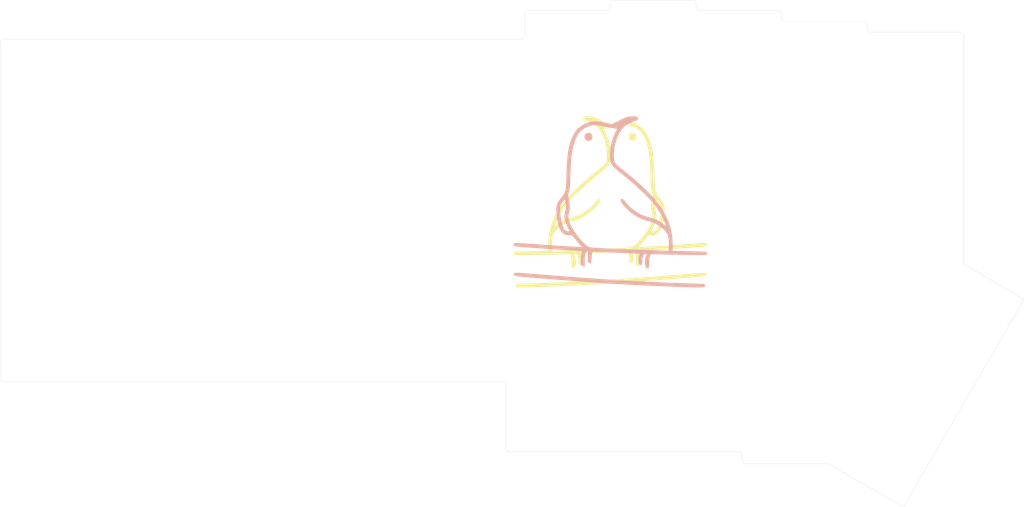
<source format=kicad_pcb>
(kicad_pcb (version 20171130) (host pcbnew "(5.1.9-0-10_14)")

  (general
    (thickness 1.6)
    (drawings 39)
    (tracks 0)
    (zones 0)
    (modules 9)
    (nets 1)
  )

  (page A4)
  (layers
    (0 F.Cu signal)
    (31 B.Cu signal)
    (32 B.Adhes user)
    (33 F.Adhes user)
    (34 B.Paste user)
    (35 F.Paste user)
    (36 B.SilkS user)
    (37 F.SilkS user)
    (38 B.Mask user)
    (39 F.Mask user)
    (40 Dwgs.User user)
    (41 Cmts.User user)
    (42 Eco1.User user)
    (43 Eco2.User user)
    (44 Edge.Cuts user)
    (45 Margin user)
    (46 B.CrtYd user)
    (47 F.CrtYd user)
    (48 B.Fab user)
    (49 F.Fab user)
  )

  (setup
    (last_trace_width 0.25)
    (trace_clearance 0.2)
    (zone_clearance 0.508)
    (zone_45_only no)
    (trace_min 0.2)
    (via_size 0.8)
    (via_drill 0.4)
    (via_min_size 0.4)
    (via_min_drill 0.3)
    (uvia_size 0.3)
    (uvia_drill 0.1)
    (uvias_allowed no)
    (uvia_min_size 0.2)
    (uvia_min_drill 0.1)
    (edge_width 0.05)
    (segment_width 0.2)
    (pcb_text_width 0.3)
    (pcb_text_size 1.5 1.5)
    (mod_edge_width 0.12)
    (mod_text_size 1 1)
    (mod_text_width 0.15)
    (pad_size 1.524 1.524)
    (pad_drill 0.762)
    (pad_to_mask_clearance 0)
    (aux_axis_origin 0 0)
    (grid_origin 221.45 102.39375)
    (visible_elements FFFFFF7F)
    (pcbplotparams
      (layerselection 0x011fc_ffffffff)
      (usegerberextensions false)
      (usegerberattributes true)
      (usegerberadvancedattributes true)
      (creategerberjobfile true)
      (excludeedgelayer true)
      (linewidth 0.100000)
      (plotframeref false)
      (viasonmask false)
      (mode 1)
      (useauxorigin false)
      (hpglpennumber 1)
      (hpglpenspeed 20)
      (hpglpendiameter 15.000000)
      (psnegative false)
      (psa4output false)
      (plotreference true)
      (plotvalue true)
      (plotinvisibletext false)
      (padsonsilk false)
      (subtractmaskfromsilk false)
      (outputformat 1)
      (mirror false)
      (drillshape 0)
      (scaleselection 1)
      (outputdirectory "./wren-numpad-bottom-gerbers"))
  )

  (net 0 "")

  (net_class Default "This is the default net class."
    (clearance 0.2)
    (trace_width 0.25)
    (via_dia 0.8)
    (via_drill 0.4)
    (uvia_dia 0.3)
    (uvia_drill 0.1)
  )

  (module footprints:wren_logo_large (layer B.Cu) (tedit 0) (tstamp 608633A1)
    (at 173.063 63.15075 180)
    (fp_text reference G*** (at 0 0) (layer B.SilkS) hide
      (effects (font (size 1.524 1.524) (thickness 0.3)) (justify mirror))
    )
    (fp_text value LOGO (at 0.75 0) (layer B.SilkS) hide
      (effects (font (size 1.524 1.524) (thickness 0.3)) (justify mirror))
    )
    (fp_poly (pts (xy 21.305306 -15.777034) (xy 21.453922 -15.934693) (xy 21.466438 -16.175629) (xy 21.354528 -16.405686)
      (xy 21.214773 -16.507264) (xy 21.053493 -16.535665) (xy 20.680056 -16.579135) (xy 20.112626 -16.63624)
      (xy 19.369365 -16.705548) (xy 18.468436 -16.785627) (xy 17.428001 -16.875044) (xy 16.266223 -16.972367)
      (xy 15.001265 -17.076163) (xy 13.651289 -17.184999) (xy 12.234457 -17.297443) (xy 10.768933 -17.412063)
      (xy 9.272879 -17.527425) (xy 7.764457 -17.642098) (xy 6.261831 -17.754649) (xy 4.783162 -17.863644)
      (xy 3.346614 -17.967653) (xy 1.970349 -18.065242) (xy 0.67253 -18.154978) (xy -0.528681 -18.235429)
      (xy -1.443182 -18.29437) (xy -2.503227 -18.3581) (xy -3.703184 -18.424786) (xy -5.016008 -18.493303)
      (xy -6.414652 -18.562527) (xy -7.87207 -18.631331) (xy -9.361215 -18.698591) (xy -10.855041 -18.763181)
      (xy -12.326502 -18.823975) (xy -13.748553 -18.879849) (xy -15.094146 -18.929676) (xy -16.336235 -18.972332)
      (xy -17.447775 -19.006691) (xy -18.401718 -19.031628) (xy -19.171019 -19.046017) (xy -19.584272 -19.049211)
      (xy -20.195318 -19.041674) (xy -20.611466 -19.01543) (xy -20.868267 -18.966355) (xy -21.00127 -18.890322)
      (xy -21.006602 -18.884198) (xy -21.088757 -18.646227) (xy -20.985355 -18.424501) (xy -20.738422 -18.274319)
      (xy -20.517983 -18.241252) (xy -20.066912 -18.235329) (xy -19.410297 -18.21929) (xy -18.573238 -18.19417)
      (xy -17.580831 -18.161006) (xy -16.458172 -18.120833) (xy -15.230359 -18.074688) (xy -13.92249 -18.023608)
      (xy -12.559661 -17.968627) (xy -11.16697 -17.910782) (xy -9.769513 -17.85111) (xy -8.392389 -17.790645)
      (xy -7.060693 -17.730426) (xy -5.799523 -17.671486) (xy -4.633976 -17.614864) (xy -3.58915 -17.561594)
      (xy -2.690142 -17.512713) (xy -2.251363 -17.487139) (xy -1.25053 -17.42423) (xy -0.045904 -17.343913)
      (xy 1.336212 -17.248149) (xy 2.869515 -17.138894) (xy 4.527703 -17.018107) (xy 6.284472 -16.887745)
      (xy 8.113521 -16.749768) (xy 9.988545 -16.606133) (xy 11.883242 -16.458798) (xy 13.77131 -16.309721)
      (xy 15.626445 -16.16086) (xy 16.311897 -16.105197) (xy 17.348108 -16.022586) (xy 18.316016 -15.948933)
      (xy 19.190713 -15.885875) (xy 19.947289 -15.835048) (xy 20.560837 -15.798089) (xy 21.006449 -15.776636)
      (xy 21.259216 -15.772325) (xy 21.305306 -15.777034)) (layer B.SilkS) (width 0.01))
    (fp_poly (pts (xy -4.856424 19.034026) (xy -4.701341 19.027021) (xy -4.31494 19.005227) (xy -4.002778 18.971113)
      (xy -3.716503 18.908523) (xy -3.407765 18.801302) (xy -3.028209 18.633293) (xy -2.529484 18.388343)
      (xy -2.025884 18.133086) (xy -0.364722 17.287646) (xy 0.990352 17.596645) (xy 2.189584 17.821982)
      (xy 3.240772 17.906898) (xy 4.183967 17.84491) (xy 5.05922 17.629535) (xy 5.906582 17.254291)
      (xy 6.766103 16.712694) (xy 6.85723 16.646975) (xy 7.454439 16.086253) (xy 8.005388 15.315968)
      (xy 8.50004 14.354606) (xy 8.928355 13.220656) (xy 9.169182 12.389182) (xy 9.333765 11.60056)
      (xy 9.477301 10.59267) (xy 9.598779 9.376284) (xy 9.697186 7.962172) (xy 9.771509 6.361105)
      (xy 9.791223 5.772453) (xy 9.820243 4.847574) (xy 9.846486 4.121862) (xy 9.873266 3.563653)
      (xy 9.903898 3.141285) (xy 9.941696 2.823097) (xy 9.989974 2.577424) (xy 10.052046 2.372604)
      (xy 10.131226 2.176976) (xy 10.178542 2.072115) (xy 10.419344 1.636618) (xy 10.746041 1.156428)
      (xy 11.025415 0.808738) (xy 11.473393 0.259616) (xy 11.773302 -0.2406) (xy 11.950922 -0.763478)
      (xy 12.032033 -1.380588) (xy 12.04448 -2.020455) (xy 11.985397 -3.041094) (xy 11.837215 -4.053344)
      (xy 11.612813 -5.004171) (xy 11.325074 -5.84054) (xy 10.986877 -6.509415) (xy 10.935031 -6.588446)
      (xy 10.565466 -7.042161) (xy 10.17342 -7.305534) (xy 9.688741 -7.414154) (xy 9.298176 -7.41892)
      (xy 8.569945 -7.391022) (xy 7.750324 -8.417441) (xy 7.382157 -8.865492) (xy 7.026998 -9.275086)
      (xy 6.731159 -9.594) (xy 6.573766 -9.744203) (xy 6.216829 -10.044546) (xy 6.774096 -10.044348)
      (xy 7.062025 -10.036283) (xy 7.555108 -10.01328) (xy 8.228182 -9.976934) (xy 9.056086 -9.928843)
      (xy 10.013657 -9.870603) (xy 11.075733 -9.803811) (xy 12.217152 -9.730065) (xy 13.412751 -9.65096)
      (xy 14.637368 -9.568093) (xy 15.865842 -9.483063) (xy 17.073009 -9.397464) (xy 17.814512 -9.343726)
      (xy 18.672886 -9.283513) (xy 19.460626 -9.233154) (xy 20.147102 -9.194218) (xy 20.701686 -9.168274)
      (xy 21.093748 -9.156892) (xy 21.292659 -9.161639) (xy 21.307012 -9.164828) (xy 21.432495 -9.317488)
      (xy 21.471151 -9.569256) (xy 21.416301 -9.802686) (xy 21.347584 -9.878476) (xy 21.20143 -9.906564)
      (xy 20.845949 -9.947197) (xy 20.30229 -9.998786) (xy 19.5916 -10.05974) (xy 18.73503 -10.128469)
      (xy 17.753727 -10.203385) (xy 16.66884 -10.282896) (xy 15.501518 -10.365412) (xy 14.27291 -10.449345)
      (xy 13.004165 -10.533103) (xy 11.71643 -10.615097) (xy 10.795 -10.671807) (xy 9.938108 -10.72456)
      (xy 9.114826 -10.776756) (xy 8.366521 -10.825656) (xy 7.734558 -10.868523) (xy 7.260304 -10.902619)
      (xy 7.030818 -10.920978) (xy 6.268455 -10.988212) (xy 6.437129 -11.468879) (xy 6.529098 -11.882739)
      (xy 6.582759 -12.434819) (xy 6.596157 -13.035311) (xy 6.567341 -13.594406) (xy 6.494356 -14.022294)
      (xy 6.492776 -14.027727) (xy 6.375164 -14.279164) (xy 6.172827 -14.36841) (xy 6.053057 -14.374091)
      (xy 5.715 -14.374091) (xy 5.714414 -13.104091) (xy 5.685353 -12.293112) (xy 5.601097 -11.667805)
      (xy 5.464784 -11.239141) (xy 5.279551 -11.018094) (xy 5.111043 -10.995017) (xy 4.959007 -11.107469)
      (xy 4.947907 -11.205948) (xy 4.974432 -11.39498) (xy 5.007727 -11.746151) (xy 5.041483 -12.191061)
      (xy 5.048421 -12.295909) (xy 5.071791 -12.775338) (xy 5.060555 -13.089123) (xy 5.005323 -13.30115)
      (xy 4.896704 -13.475305) (xy 4.870247 -13.508182) (xy 4.676694 -13.697883) (xy 4.513608 -13.713901)
      (xy 4.42337 -13.668883) (xy 4.313193 -13.559375) (xy 4.245572 -13.361997) (xy 4.209264 -13.025511)
      (xy 4.195371 -12.629792) (xy 4.170121 -12.145873) (xy 4.120805 -11.711611) (xy 4.05747 -11.412111)
      (xy 4.048756 -11.387579) (xy 3.920861 -11.056521) (xy 2.855203 -11.130699) (xy 2.548505 -11.149127)
      (xy 2.056647 -11.175141) (xy 1.412302 -11.207272) (xy 0.648141 -11.244053) (xy -0.203166 -11.284018)
      (xy -1.108947 -11.325698) (xy -2.036532 -11.367626) (xy -2.953249 -11.408335) (xy -3.826427 -11.446357)
      (xy -4.623395 -11.480225) (xy -5.311482 -11.508472) (xy -5.858017 -11.529629) (xy -6.230329 -11.54223)
      (xy -6.372972 -11.545183) (xy -6.491342 -11.565603) (xy -6.505043 -11.666485) (xy -6.41754 -11.907976)
      (xy -6.396754 -11.958001) (xy -6.294589 -12.335529) (xy -6.24979 -12.791198) (xy -6.259123 -13.25685)
      (xy -6.319355 -13.664325) (xy -6.427254 -13.945467) (xy -6.494318 -14.015084) (xy -6.748987 -14.100521)
      (xy -6.930303 -13.984176) (xy -7.042876 -13.658991) (xy -7.091314 -13.117912) (xy -7.091769 -13.100553)
      (xy -7.155733 -12.421132) (xy -7.305868 -11.927938) (xy -7.536828 -11.632567) (xy -7.808499 -11.545455)
      (xy -8.016281 -11.574943) (xy -8.041188 -11.691139) (xy -8.020211 -11.7475) (xy -7.800845 -12.413285)
      (xy -7.685058 -13.104083) (xy -7.675058 -13.759122) (xy -7.773054 -14.31763) (xy -7.915429 -14.631571)
      (xy -8.088067 -14.84409) (xy -8.252086 -14.871202) (xy -8.425426 -14.782328) (xy -8.511475 -14.667611)
      (xy -8.565211 -14.429227) (xy -8.592325 -14.028333) (xy -8.598608 -13.600687) (xy -8.621083 -12.927568)
      (xy -8.688839 -12.433434) (xy -8.800553 -12.086599) (xy -8.999743 -11.64638) (xy -12.841462 -11.740235)
      (xy -13.902949 -11.764239) (xy -15.01579 -11.785976) (xy -16.126013 -11.804628) (xy -17.179643 -11.819381)
      (xy -18.122704 -11.829418) (xy -18.901222 -11.833923) (xy -19.05 -11.834091) (xy -21.416818 -11.834091)
      (xy -21.453414 -11.515935) (xy -21.429793 -11.249643) (xy -21.334815 -11.138224) (xy -21.184973 -11.121104)
      (xy -20.833209 -11.100577) (xy -20.308467 -11.077728) (xy -19.63969 -11.053642) (xy -18.855821 -11.029404)
      (xy -17.985804 -11.0061) (xy -17.502508 -10.994563) (xy -13.825397 -10.910455) (xy -13.846155 -9.616432)
      (xy -13.840084 -9.491213) (xy -13.00462 -9.491213) (xy -12.978424 -10.090592) (xy -12.904022 -10.887093)
      (xy -10.406329 -10.810696) (xy -9.566161 -10.784074) (xy -8.563869 -10.750826) (xy -7.468064 -10.71332)
      (xy -6.347355 -10.673922) (xy -5.270353 -10.635001) (xy -4.675909 -10.612946) (xy -3.616492 -10.571566)
      (xy -2.434576 -10.522685) (xy -1.208875 -10.469736) (xy -0.018103 -10.416154) (xy 1.059026 -10.365374)
      (xy 1.51975 -10.342642) (xy 2.425379 -10.296348) (xy 3.131526 -10.256867) (xy 3.66936 -10.220106)
      (xy 4.070051 -10.181973) (xy 4.364768 -10.138373) (xy 4.584681 -10.085214) (xy 4.760959 -10.018404)
      (xy 4.924771 -9.933849) (xy 5.010726 -9.884235) (xy 5.632954 -9.435695) (xy 6.300509 -8.804136)
      (xy 6.98265 -8.024556) (xy 7.648636 -7.131956) (xy 8.023676 -6.546133) (xy 9.120909 -6.546133)
      (xy 9.222302 -6.569119) (xy 9.473039 -6.564247) (xy 9.542394 -6.559015) (xy 9.955974 -6.438175)
      (xy 10.176993 -6.234546) (xy 10.433339 -5.775503) (xy 10.667399 -5.150135) (xy 10.870472 -4.411025)
      (xy 11.033858 -3.610756) (xy 11.148856 -2.801914) (xy 11.206765 -2.037081) (xy 11.198885 -1.368841)
      (xy 11.116515 -0.849777) (xy 11.084175 -0.751871) (xy 10.957362 -0.507529) (xy 10.755595 -0.20297)
      (xy 10.52585 0.100467) (xy 10.315103 0.34144) (xy 10.17033 0.458609) (xy 10.154712 0.461818)
      (xy 10.099675 0.35666) (xy 10.029259 0.078671) (xy 9.95725 -0.315916) (xy 9.94595 -0.389818)
      (xy 9.884109 -0.912343) (xy 9.884308 -1.314342) (xy 9.949808 -1.698592) (xy 9.992646 -1.861864)
      (xy 10.159585 -2.549205) (xy 10.233386 -3.140668) (xy 10.206988 -3.697397) (xy 10.073331 -4.280533)
      (xy 9.825353 -4.95122) (xy 9.569149 -5.528936) (xy 9.373295 -5.957032) (xy 9.220846 -6.299631)
      (xy 9.133455 -6.507596) (xy 9.120909 -6.546133) (xy 8.023676 -6.546133) (xy 8.241351 -6.206119)
      (xy 8.72529 -5.343487) (xy 9.067446 -4.616843) (xy 9.276891 -3.987354) (xy 9.362698 -3.416191)
      (xy 9.333937 -2.86452) (xy 9.199681 -2.29351) (xy 9.174142 -2.213355) (xy 9.03842 -1.481945)
      (xy 9.055197 -0.601296) (xy 9.223541 0.40527) (xy 9.289508 0.67504) (xy 9.383149 1.065866)
      (xy 9.415407 1.353149) (xy 9.382298 1.633183) (xy 9.279841 2.002258) (xy 9.227789 2.167375)
      (xy 9.152499 2.426426) (xy 9.091762 2.70028) (xy 9.04288 3.020893) (xy 9.003157 3.420222)
      (xy 8.969895 3.930226) (xy 8.940397 4.58286) (xy 8.911965 5.410082) (xy 8.889364 6.176818)
      (xy 8.841505 7.557818) (xy 8.7795 8.742553) (xy 8.699447 9.765437) (xy 8.597446 10.660887)
      (xy 8.469598 11.463318) (xy 8.312003 12.207145) (xy 8.126803 12.905982) (xy 7.734001 14.016961)
      (xy 7.249429 14.931271) (xy 6.656195 15.670675) (xy 5.937405 16.256937) (xy 5.222379 16.647812)
      (xy 4.569791 16.896397) (xy 3.917394 17.036443) (xy 3.216466 17.0693) (xy 2.418281 16.996318)
      (xy 1.474117 16.818849) (xy 1.212273 16.758952) (xy 0.589793 16.617516) (xy -0.011664 16.489618)
      (xy -0.525567 16.388867) (xy -0.885384 16.328871) (xy -0.899238 16.327042) (xy -1.231178 16.271477)
      (xy -1.438232 16.21208) (xy -1.47585 16.177033) (xy -1.407961 16.0444) (xy -1.265493 15.770796)
      (xy -1.108383 15.470909) (xy -0.67895 14.512495) (xy -0.333213 13.456242) (xy -0.079774 12.354795)
      (xy 0.072762 11.260797) (xy 0.115793 10.226895) (xy 0.040714 9.305731) (xy -0.038474 8.924184)
      (xy -0.198565 8.489923) (xy -0.424695 8.080278) (xy -0.529156 7.941568) (xy -0.654139 7.800819)
      (xy -0.787768 7.662351) (xy -0.953561 7.50629) (xy -1.175036 7.312761) (xy -1.475713 7.061891)
      (xy -1.879109 6.733805) (xy -2.408743 6.308629) (xy -3.088134 5.766489) (xy -3.348182 5.559342)
      (xy -4.049488 4.981296) (xy -4.846199 4.291988) (xy -5.694878 3.531701) (xy -6.552085 2.740717)
      (xy -7.374381 1.959317) (xy -8.118328 1.227785) (xy -8.740488 0.586403) (xy -8.919204 0.393122)
      (xy -9.986973 -0.883216) (xy -10.86751 -2.170795) (xy -11.599327 -3.52942) (xy -11.939072 -4.296358)
      (xy -12.119111 -4.737239) (xy -12.259673 -5.092782) (xy -12.341132 -5.31275) (xy -12.353636 -5.357473)
      (xy -12.269403 -5.320903) (xy -12.044919 -5.171683) (xy -11.722508 -4.938532) (xy -11.592457 -4.840974)
      (xy -10.827408 -4.306533) (xy -10.12825 -3.92408) (xy -9.424301 -3.659414) (xy -8.862341 -3.520022)
      (xy -7.624199 -3.162801) (xy -6.419422 -2.618679) (xy -5.290884 -1.915978) (xy -4.281453 -1.083019)
      (xy -3.434001 -0.148124) (xy -3.143279 0.258134) (xy -2.859177 0.583691) (xy -2.590128 0.682926)
      (xy -2.340999 0.554379) (xy -2.301742 0.51069) (xy -2.235164 0.308373) (xy -2.316064 0.023385)
      (xy -2.553221 -0.357969) (xy -2.955414 -0.849383) (xy -3.531422 -1.46455) (xy -3.636818 -1.57185)
      (xy -4.604607 -2.452763) (xy -5.614977 -3.163506) (xy -6.715287 -3.729654) (xy -7.952898 -4.176779)
      (xy -8.941056 -4.43604) (xy -9.606459 -4.663179) (xy -10.323639 -5.032722) (xy -11.038612 -5.504759)
      (xy -11.697394 -6.039377) (xy -12.246003 -6.596665) (xy -12.630455 -7.13671) (xy -12.654249 -7.181342)
      (xy -12.796918 -7.586227) (xy -12.907977 -8.152011) (xy -12.979766 -8.809928) (xy -13.00462 -9.491213)
      (xy -13.840084 -9.491213) (xy -13.760199 -7.843645) (xy -13.447386 -6.096978) (xy -12.911106 -4.385049)
      (xy -12.154747 -2.71647) (xy -11.181696 -1.099858) (xy -9.995343 0.456174) (xy -9.791404 0.692727)
      (xy -9.129778 1.411822) (xy -8.323605 2.22982) (xy -7.414308 3.108749) (xy -6.443306 4.010634)
      (xy -5.45202 4.897501) (xy -4.481872 5.731378) (xy -3.574281 6.474291) (xy -3.001818 6.917282)
      (xy -2.257997 7.493399) (xy -1.693382 7.972432) (xy -1.287594 8.373418) (xy -1.02025 8.715393)
      (xy -0.951547 8.832273) (xy -0.843482 9.182967) (xy -0.780483 9.706514) (xy -0.761632 10.34948)
      (xy -0.786011 11.058435) (xy -0.852703 11.779945) (xy -0.960789 12.46058) (xy -1.018347 12.721562)
      (xy -1.408446 14.03784) (xy -1.894333 15.152016) (xy -2.486247 16.076461) (xy -3.194425 16.82355)
      (xy -4.029106 17.405656) (xy -5.000527 17.835152) (xy -5.337006 17.940964) (xy -5.835709 18.130077)
      (xy -6.120943 18.344855) (xy -6.187144 18.577531) (xy -6.028746 18.820337) (xy -5.99046 18.852976)
      (xy -5.823819 18.96157) (xy -5.61826 19.022678) (xy -5.315292 19.044198) (xy -4.856424 19.034026)) (layer B.SilkS) (width 0.01))
    (fp_poly (pts (xy 5.069193 15.393824) (xy 5.230564 15.340912) (xy 5.572928 15.092528) (xy 5.756617 14.738869)
      (xy 5.778782 14.344327) (xy 5.636575 13.973295) (xy 5.327148 13.690165) (xy 5.304125 13.677855)
      (xy 5.021324 13.546637) (xy 4.821633 13.52682) (xy 4.587663 13.615262) (xy 4.505003 13.656477)
      (xy 4.169441 13.924515) (xy 4.00618 14.263896) (xy 3.995071 14.627846) (xy 4.115966 14.969589)
      (xy 4.348717 15.24235) (xy 4.673175 15.399353) (xy 5.069193 15.393824)) (layer B.SilkS) (width 0.01))
  )

  (module footprints:wren_logo_large (layer F.Cu) (tedit 0) (tstamp 60863366)
    (at 173.063 63.15075)
    (fp_text reference G*** (at 0 0) (layer F.SilkS) hide
      (effects (font (size 1.524 1.524) (thickness 0.3)))
    )
    (fp_text value LOGO (at 0.75 0) (layer F.SilkS) hide
      (effects (font (size 1.524 1.524) (thickness 0.3)))
    )
    (fp_poly (pts (xy 21.305306 15.777034) (xy 21.453922 15.934693) (xy 21.466438 16.175629) (xy 21.354528 16.405686)
      (xy 21.214773 16.507264) (xy 21.053493 16.535665) (xy 20.680056 16.579135) (xy 20.112626 16.63624)
      (xy 19.369365 16.705548) (xy 18.468436 16.785627) (xy 17.428001 16.875044) (xy 16.266223 16.972367)
      (xy 15.001265 17.076163) (xy 13.651289 17.184999) (xy 12.234457 17.297443) (xy 10.768933 17.412063)
      (xy 9.272879 17.527425) (xy 7.764457 17.642098) (xy 6.261831 17.754649) (xy 4.783162 17.863644)
      (xy 3.346614 17.967653) (xy 1.970349 18.065242) (xy 0.67253 18.154978) (xy -0.528681 18.235429)
      (xy -1.443182 18.29437) (xy -2.503227 18.3581) (xy -3.703184 18.424786) (xy -5.016008 18.493303)
      (xy -6.414652 18.562527) (xy -7.87207 18.631331) (xy -9.361215 18.698591) (xy -10.855041 18.763181)
      (xy -12.326502 18.823975) (xy -13.748553 18.879849) (xy -15.094146 18.929676) (xy -16.336235 18.972332)
      (xy -17.447775 19.006691) (xy -18.401718 19.031628) (xy -19.171019 19.046017) (xy -19.584272 19.049211)
      (xy -20.195318 19.041674) (xy -20.611466 19.01543) (xy -20.868267 18.966355) (xy -21.00127 18.890322)
      (xy -21.006602 18.884198) (xy -21.088757 18.646227) (xy -20.985355 18.424501) (xy -20.738422 18.274319)
      (xy -20.517983 18.241252) (xy -20.066912 18.235329) (xy -19.410297 18.21929) (xy -18.573238 18.19417)
      (xy -17.580831 18.161006) (xy -16.458172 18.120833) (xy -15.230359 18.074688) (xy -13.92249 18.023608)
      (xy -12.559661 17.968627) (xy -11.16697 17.910782) (xy -9.769513 17.85111) (xy -8.392389 17.790645)
      (xy -7.060693 17.730426) (xy -5.799523 17.671486) (xy -4.633976 17.614864) (xy -3.58915 17.561594)
      (xy -2.690142 17.512713) (xy -2.251363 17.487139) (xy -1.25053 17.42423) (xy -0.045904 17.343913)
      (xy 1.336212 17.248149) (xy 2.869515 17.138894) (xy 4.527703 17.018107) (xy 6.284472 16.887745)
      (xy 8.113521 16.749768) (xy 9.988545 16.606133) (xy 11.883242 16.458798) (xy 13.77131 16.309721)
      (xy 15.626445 16.16086) (xy 16.311897 16.105197) (xy 17.348108 16.022586) (xy 18.316016 15.948933)
      (xy 19.190713 15.885875) (xy 19.947289 15.835048) (xy 20.560837 15.798089) (xy 21.006449 15.776636)
      (xy 21.259216 15.772325) (xy 21.305306 15.777034)) (layer F.SilkS) (width 0.01))
    (fp_poly (pts (xy -4.856424 -19.034026) (xy -4.701341 -19.027021) (xy -4.31494 -19.005227) (xy -4.002778 -18.971113)
      (xy -3.716503 -18.908523) (xy -3.407765 -18.801302) (xy -3.028209 -18.633293) (xy -2.529484 -18.388343)
      (xy -2.025884 -18.133086) (xy -0.364722 -17.287646) (xy 0.990352 -17.596645) (xy 2.189584 -17.821982)
      (xy 3.240772 -17.906898) (xy 4.183967 -17.84491) (xy 5.05922 -17.629535) (xy 5.906582 -17.254291)
      (xy 6.766103 -16.712694) (xy 6.85723 -16.646975) (xy 7.454439 -16.086253) (xy 8.005388 -15.315968)
      (xy 8.50004 -14.354606) (xy 8.928355 -13.220656) (xy 9.169182 -12.389182) (xy 9.333765 -11.60056)
      (xy 9.477301 -10.59267) (xy 9.598779 -9.376284) (xy 9.697186 -7.962172) (xy 9.771509 -6.361105)
      (xy 9.791223 -5.772453) (xy 9.820243 -4.847574) (xy 9.846486 -4.121862) (xy 9.873266 -3.563653)
      (xy 9.903898 -3.141285) (xy 9.941696 -2.823097) (xy 9.989974 -2.577424) (xy 10.052046 -2.372604)
      (xy 10.131226 -2.176976) (xy 10.178542 -2.072115) (xy 10.419344 -1.636618) (xy 10.746041 -1.156428)
      (xy 11.025415 -0.808738) (xy 11.473393 -0.259616) (xy 11.773302 0.2406) (xy 11.950922 0.763478)
      (xy 12.032033 1.380588) (xy 12.04448 2.020455) (xy 11.985397 3.041094) (xy 11.837215 4.053344)
      (xy 11.612813 5.004171) (xy 11.325074 5.84054) (xy 10.986877 6.509415) (xy 10.935031 6.588446)
      (xy 10.565466 7.042161) (xy 10.17342 7.305534) (xy 9.688741 7.414154) (xy 9.298176 7.41892)
      (xy 8.569945 7.391022) (xy 7.750324 8.417441) (xy 7.382157 8.865492) (xy 7.026998 9.275086)
      (xy 6.731159 9.594) (xy 6.573766 9.744203) (xy 6.216829 10.044546) (xy 6.774096 10.044348)
      (xy 7.062025 10.036283) (xy 7.555108 10.01328) (xy 8.228182 9.976934) (xy 9.056086 9.928843)
      (xy 10.013657 9.870603) (xy 11.075733 9.803811) (xy 12.217152 9.730065) (xy 13.412751 9.65096)
      (xy 14.637368 9.568093) (xy 15.865842 9.483063) (xy 17.073009 9.397464) (xy 17.814512 9.343726)
      (xy 18.672886 9.283513) (xy 19.460626 9.233154) (xy 20.147102 9.194218) (xy 20.701686 9.168274)
      (xy 21.093748 9.156892) (xy 21.292659 9.161639) (xy 21.307012 9.164828) (xy 21.432495 9.317488)
      (xy 21.471151 9.569256) (xy 21.416301 9.802686) (xy 21.347584 9.878476) (xy 21.20143 9.906564)
      (xy 20.845949 9.947197) (xy 20.30229 9.998786) (xy 19.5916 10.05974) (xy 18.73503 10.128469)
      (xy 17.753727 10.203385) (xy 16.66884 10.282896) (xy 15.501518 10.365412) (xy 14.27291 10.449345)
      (xy 13.004165 10.533103) (xy 11.71643 10.615097) (xy 10.795 10.671807) (xy 9.938108 10.72456)
      (xy 9.114826 10.776756) (xy 8.366521 10.825656) (xy 7.734558 10.868523) (xy 7.260304 10.902619)
      (xy 7.030818 10.920978) (xy 6.268455 10.988212) (xy 6.437129 11.468879) (xy 6.529098 11.882739)
      (xy 6.582759 12.434819) (xy 6.596157 13.035311) (xy 6.567341 13.594406) (xy 6.494356 14.022294)
      (xy 6.492776 14.027727) (xy 6.375164 14.279164) (xy 6.172827 14.36841) (xy 6.053057 14.374091)
      (xy 5.715 14.374091) (xy 5.714414 13.104091) (xy 5.685353 12.293112) (xy 5.601097 11.667805)
      (xy 5.464784 11.239141) (xy 5.279551 11.018094) (xy 5.111043 10.995017) (xy 4.959007 11.107469)
      (xy 4.947907 11.205948) (xy 4.974432 11.39498) (xy 5.007727 11.746151) (xy 5.041483 12.191061)
      (xy 5.048421 12.295909) (xy 5.071791 12.775338) (xy 5.060555 13.089123) (xy 5.005323 13.30115)
      (xy 4.896704 13.475305) (xy 4.870247 13.508182) (xy 4.676694 13.697883) (xy 4.513608 13.713901)
      (xy 4.42337 13.668883) (xy 4.313193 13.559375) (xy 4.245572 13.361997) (xy 4.209264 13.025511)
      (xy 4.195371 12.629792) (xy 4.170121 12.145873) (xy 4.120805 11.711611) (xy 4.05747 11.412111)
      (xy 4.048756 11.387579) (xy 3.920861 11.056521) (xy 2.855203 11.130699) (xy 2.548505 11.149127)
      (xy 2.056647 11.175141) (xy 1.412302 11.207272) (xy 0.648141 11.244053) (xy -0.203166 11.284018)
      (xy -1.108947 11.325698) (xy -2.036532 11.367626) (xy -2.953249 11.408335) (xy -3.826427 11.446357)
      (xy -4.623395 11.480225) (xy -5.311482 11.508472) (xy -5.858017 11.529629) (xy -6.230329 11.54223)
      (xy -6.372972 11.545183) (xy -6.491342 11.565603) (xy -6.505043 11.666485) (xy -6.41754 11.907976)
      (xy -6.396754 11.958001) (xy -6.294589 12.335529) (xy -6.24979 12.791198) (xy -6.259123 13.25685)
      (xy -6.319355 13.664325) (xy -6.427254 13.945467) (xy -6.494318 14.015084) (xy -6.748987 14.100521)
      (xy -6.930303 13.984176) (xy -7.042876 13.658991) (xy -7.091314 13.117912) (xy -7.091769 13.100553)
      (xy -7.155733 12.421132) (xy -7.305868 11.927938) (xy -7.536828 11.632567) (xy -7.808499 11.545455)
      (xy -8.016281 11.574943) (xy -8.041188 11.691139) (xy -8.020211 11.7475) (xy -7.800845 12.413285)
      (xy -7.685058 13.104083) (xy -7.675058 13.759122) (xy -7.773054 14.31763) (xy -7.915429 14.631571)
      (xy -8.088067 14.84409) (xy -8.252086 14.871202) (xy -8.425426 14.782328) (xy -8.511475 14.667611)
      (xy -8.565211 14.429227) (xy -8.592325 14.028333) (xy -8.598608 13.600687) (xy -8.621083 12.927568)
      (xy -8.688839 12.433434) (xy -8.800553 12.086599) (xy -8.999743 11.64638) (xy -12.841462 11.740235)
      (xy -13.902949 11.764239) (xy -15.01579 11.785976) (xy -16.126013 11.804628) (xy -17.179643 11.819381)
      (xy -18.122704 11.829418) (xy -18.901222 11.833923) (xy -19.05 11.834091) (xy -21.416818 11.834091)
      (xy -21.453414 11.515935) (xy -21.429793 11.249643) (xy -21.334815 11.138224) (xy -21.184973 11.121104)
      (xy -20.833209 11.100577) (xy -20.308467 11.077728) (xy -19.63969 11.053642) (xy -18.855821 11.029404)
      (xy -17.985804 11.0061) (xy -17.502508 10.994563) (xy -13.825397 10.910455) (xy -13.846155 9.616432)
      (xy -13.840084 9.491213) (xy -13.00462 9.491213) (xy -12.978424 10.090592) (xy -12.904022 10.887093)
      (xy -10.406329 10.810696) (xy -9.566161 10.784074) (xy -8.563869 10.750826) (xy -7.468064 10.71332)
      (xy -6.347355 10.673922) (xy -5.270353 10.635001) (xy -4.675909 10.612946) (xy -3.616492 10.571566)
      (xy -2.434576 10.522685) (xy -1.208875 10.469736) (xy -0.018103 10.416154) (xy 1.059026 10.365374)
      (xy 1.51975 10.342642) (xy 2.425379 10.296348) (xy 3.131526 10.256867) (xy 3.66936 10.220106)
      (xy 4.070051 10.181973) (xy 4.364768 10.138373) (xy 4.584681 10.085214) (xy 4.760959 10.018404)
      (xy 4.924771 9.933849) (xy 5.010726 9.884235) (xy 5.632954 9.435695) (xy 6.300509 8.804136)
      (xy 6.98265 8.024556) (xy 7.648636 7.131956) (xy 8.023676 6.546133) (xy 9.120909 6.546133)
      (xy 9.222302 6.569119) (xy 9.473039 6.564247) (xy 9.542394 6.559015) (xy 9.955974 6.438175)
      (xy 10.176993 6.234546) (xy 10.433339 5.775503) (xy 10.667399 5.150135) (xy 10.870472 4.411025)
      (xy 11.033858 3.610756) (xy 11.148856 2.801914) (xy 11.206765 2.037081) (xy 11.198885 1.368841)
      (xy 11.116515 0.849777) (xy 11.084175 0.751871) (xy 10.957362 0.507529) (xy 10.755595 0.20297)
      (xy 10.52585 -0.100467) (xy 10.315103 -0.34144) (xy 10.17033 -0.458609) (xy 10.154712 -0.461818)
      (xy 10.099675 -0.35666) (xy 10.029259 -0.078671) (xy 9.95725 0.315916) (xy 9.94595 0.389818)
      (xy 9.884109 0.912343) (xy 9.884308 1.314342) (xy 9.949808 1.698592) (xy 9.992646 1.861864)
      (xy 10.159585 2.549205) (xy 10.233386 3.140668) (xy 10.206988 3.697397) (xy 10.073331 4.280533)
      (xy 9.825353 4.95122) (xy 9.569149 5.528936) (xy 9.373295 5.957032) (xy 9.220846 6.299631)
      (xy 9.133455 6.507596) (xy 9.120909 6.546133) (xy 8.023676 6.546133) (xy 8.241351 6.206119)
      (xy 8.72529 5.343487) (xy 9.067446 4.616843) (xy 9.276891 3.987354) (xy 9.362698 3.416191)
      (xy 9.333937 2.86452) (xy 9.199681 2.29351) (xy 9.174142 2.213355) (xy 9.03842 1.481945)
      (xy 9.055197 0.601296) (xy 9.223541 -0.40527) (xy 9.289508 -0.67504) (xy 9.383149 -1.065866)
      (xy 9.415407 -1.353149) (xy 9.382298 -1.633183) (xy 9.279841 -2.002258) (xy 9.227789 -2.167375)
      (xy 9.152499 -2.426426) (xy 9.091762 -2.70028) (xy 9.04288 -3.020893) (xy 9.003157 -3.420222)
      (xy 8.969895 -3.930226) (xy 8.940397 -4.58286) (xy 8.911965 -5.410082) (xy 8.889364 -6.176818)
      (xy 8.841505 -7.557818) (xy 8.7795 -8.742553) (xy 8.699447 -9.765437) (xy 8.597446 -10.660887)
      (xy 8.469598 -11.463318) (xy 8.312003 -12.207145) (xy 8.126803 -12.905982) (xy 7.734001 -14.016961)
      (xy 7.249429 -14.931271) (xy 6.656195 -15.670675) (xy 5.937405 -16.256937) (xy 5.222379 -16.647812)
      (xy 4.569791 -16.896397) (xy 3.917394 -17.036443) (xy 3.216466 -17.0693) (xy 2.418281 -16.996318)
      (xy 1.474117 -16.818849) (xy 1.212273 -16.758952) (xy 0.589793 -16.617516) (xy -0.011664 -16.489618)
      (xy -0.525567 -16.388867) (xy -0.885384 -16.328871) (xy -0.899238 -16.327042) (xy -1.231178 -16.271477)
      (xy -1.438232 -16.21208) (xy -1.47585 -16.177033) (xy -1.407961 -16.0444) (xy -1.265493 -15.770796)
      (xy -1.108383 -15.470909) (xy -0.67895 -14.512495) (xy -0.333213 -13.456242) (xy -0.079774 -12.354795)
      (xy 0.072762 -11.260797) (xy 0.115793 -10.226895) (xy 0.040714 -9.305731) (xy -0.038474 -8.924184)
      (xy -0.198565 -8.489923) (xy -0.424695 -8.080278) (xy -0.529156 -7.941568) (xy -0.654139 -7.800819)
      (xy -0.787768 -7.662351) (xy -0.953561 -7.50629) (xy -1.175036 -7.312761) (xy -1.475713 -7.061891)
      (xy -1.879109 -6.733805) (xy -2.408743 -6.308629) (xy -3.088134 -5.766489) (xy -3.348182 -5.559342)
      (xy -4.049488 -4.981296) (xy -4.846199 -4.291988) (xy -5.694878 -3.531701) (xy -6.552085 -2.740717)
      (xy -7.374381 -1.959317) (xy -8.118328 -1.227785) (xy -8.740488 -0.586403) (xy -8.919204 -0.393122)
      (xy -9.986973 0.883216) (xy -10.86751 2.170795) (xy -11.599327 3.52942) (xy -11.939072 4.296358)
      (xy -12.119111 4.737239) (xy -12.259673 5.092782) (xy -12.341132 5.31275) (xy -12.353636 5.357473)
      (xy -12.269403 5.320903) (xy -12.044919 5.171683) (xy -11.722508 4.938532) (xy -11.592457 4.840974)
      (xy -10.827408 4.306533) (xy -10.12825 3.92408) (xy -9.424301 3.659414) (xy -8.862341 3.520022)
      (xy -7.624199 3.162801) (xy -6.419422 2.618679) (xy -5.290884 1.915978) (xy -4.281453 1.083019)
      (xy -3.434001 0.148124) (xy -3.143279 -0.258134) (xy -2.859177 -0.583691) (xy -2.590128 -0.682926)
      (xy -2.340999 -0.554379) (xy -2.301742 -0.51069) (xy -2.235164 -0.308373) (xy -2.316064 -0.023385)
      (xy -2.553221 0.357969) (xy -2.955414 0.849383) (xy -3.531422 1.46455) (xy -3.636818 1.57185)
      (xy -4.604607 2.452763) (xy -5.614977 3.163506) (xy -6.715287 3.729654) (xy -7.952898 4.176779)
      (xy -8.941056 4.43604) (xy -9.606459 4.663179) (xy -10.323639 5.032722) (xy -11.038612 5.504759)
      (xy -11.697394 6.039377) (xy -12.246003 6.596665) (xy -12.630455 7.13671) (xy -12.654249 7.181342)
      (xy -12.796918 7.586227) (xy -12.907977 8.152011) (xy -12.979766 8.809928) (xy -13.00462 9.491213)
      (xy -13.840084 9.491213) (xy -13.760199 7.843645) (xy -13.447386 6.096978) (xy -12.911106 4.385049)
      (xy -12.154747 2.71647) (xy -11.181696 1.099858) (xy -9.995343 -0.456174) (xy -9.791404 -0.692727)
      (xy -9.129778 -1.411822) (xy -8.323605 -2.22982) (xy -7.414308 -3.108749) (xy -6.443306 -4.010634)
      (xy -5.45202 -4.897501) (xy -4.481872 -5.731378) (xy -3.574281 -6.474291) (xy -3.001818 -6.917282)
      (xy -2.257997 -7.493399) (xy -1.693382 -7.972432) (xy -1.287594 -8.373418) (xy -1.02025 -8.715393)
      (xy -0.951547 -8.832273) (xy -0.843482 -9.182967) (xy -0.780483 -9.706514) (xy -0.761632 -10.34948)
      (xy -0.786011 -11.058435) (xy -0.852703 -11.779945) (xy -0.960789 -12.46058) (xy -1.018347 -12.721562)
      (xy -1.408446 -14.03784) (xy -1.894333 -15.152016) (xy -2.486247 -16.076461) (xy -3.194425 -16.82355)
      (xy -4.029106 -17.405656) (xy -5.000527 -17.835152) (xy -5.337006 -17.940964) (xy -5.835709 -18.130077)
      (xy -6.120943 -18.344855) (xy -6.187144 -18.577531) (xy -6.028746 -18.820337) (xy -5.99046 -18.852976)
      (xy -5.823819 -18.96157) (xy -5.61826 -19.022678) (xy -5.315292 -19.044198) (xy -4.856424 -19.034026)) (layer F.SilkS) (width 0.01))
    (fp_poly (pts (xy 5.069193 -15.393824) (xy 5.230564 -15.340912) (xy 5.572928 -15.092528) (xy 5.756617 -14.738869)
      (xy 5.778782 -14.344327) (xy 5.636575 -13.973295) (xy 5.327148 -13.690165) (xy 5.304125 -13.677855)
      (xy 5.021324 -13.546637) (xy 4.821633 -13.52682) (xy 4.587663 -13.615262) (xy 4.505003 -13.656477)
      (xy 4.169441 -13.924515) (xy 4.00618 -14.263896) (xy 3.995071 -14.627846) (xy 4.115966 -14.969589)
      (xy 4.348717 -15.24235) (xy 4.673175 -15.399353) (xy 5.069193 -15.393824)) (layer F.SilkS) (width 0.01))
  )

  (module MountingHole:MountingHole_2.2mm_M2 (layer F.Cu) (tedit 56D1B4CB) (tstamp 607B26AA)
    (at 226.2505 106.01325)
    (descr "Mounting Hole 2.2mm, no annular, M2")
    (tags "mounting hole 2.2mm no annular m2")
    (path /607DE302)
    (attr virtual)
    (fp_text reference H7 (at 0 -6.5) (layer F.SilkS) hide
      (effects (font (size 1 1) (thickness 0.15)))
    )
    (fp_text value MountingHole (at 0 6.5) (layer F.Fab)
      (effects (font (size 1 1) (thickness 0.15)))
    )
    (fp_circle (center 0 0) (end 2.45 0) (layer F.CrtYd) (width 0.05))
    (fp_circle (center 0 0) (end 2.2 0) (layer Cmts.User) (width 0.15))
    (fp_text user %R (at 0.3 0) (layer F.Fab)
      (effects (font (size 1 1) (thickness 0.15)))
    )
    (pad 1 np_thru_hole circle (at 0 0) (size 2.2 2.2) (drill 2.2) (layers *.Cu *.Mask))
  )

  (module MountingHole:MountingHole_2.2mm_M2 (layer F.Cu) (tedit 56D1B4CB) (tstamp 607B26A2)
    (at 211.1375 80.16875)
    (descr "Mounting Hole 2.2mm, no annular, M2")
    (tags "mounting hole 2.2mm no annular m2")
    (path /607DF460)
    (attr virtual)
    (fp_text reference H6 (at 0 -6.5) (layer F.SilkS) hide
      (effects (font (size 1 1) (thickness 0.15)))
    )
    (fp_text value MountingHole (at 0 6.5) (layer F.Fab)
      (effects (font (size 1 1) (thickness 0.15)))
    )
    (fp_circle (center 0 0) (end 2.45 0) (layer F.CrtYd) (width 0.05))
    (fp_circle (center 0 0) (end 2.2 0) (layer Cmts.User) (width 0.15))
    (fp_text user %R (at 0.3 0) (layer F.Fab)
      (effects (font (size 1 1) (thickness 0.15)))
    )
    (pad 1 np_thru_hole circle (at 0 0) (size 2.2 2.2) (drill 2.2) (layers *.Cu *.Mask))
  )

  (module MountingHole:MountingHole_2.2mm_M2 (layer F.Cu) (tedit 56D1B4CB) (tstamp 607B269A)
    (at 134.9375 84.1375)
    (descr "Mounting Hole 2.2mm, no annular, M2")
    (tags "mounting hole 2.2mm no annular m2")
    (path /607DDEC1)
    (attr virtual)
    (fp_text reference H5 (at 0 -6.5) (layer F.SilkS) hide
      (effects (font (size 1 1) (thickness 0.15)))
    )
    (fp_text value MountingHole (at 0 6.5) (layer F.Fab)
      (effects (font (size 1 1) (thickness 0.15)))
    )
    (fp_circle (center 0 0) (end 2.45 0) (layer F.CrtYd) (width 0.05))
    (fp_circle (center 0 0) (end 2.2 0) (layer Cmts.User) (width 0.15))
    (fp_text user %R (at 0.3 0) (layer F.Fab)
      (effects (font (size 1 1) (thickness 0.15)))
    )
    (pad 1 np_thru_hole circle (at 0 0) (size 2.2 2.2) (drill 2.2) (layers *.Cu *.Mask))
  )

  (module MountingHole:MountingHole_2.2mm_M2 (layer F.Cu) (tedit 56D1B4CB) (tstamp 607B2692)
    (at 75.446 84.1375)
    (descr "Mounting Hole 2.2mm, no annular, M2")
    (tags "mounting hole 2.2mm no annular m2")
    (path /607DED77)
    (attr virtual)
    (fp_text reference H4 (at 0 -6.5) (layer F.SilkS) hide
      (effects (font (size 1 1) (thickness 0.15)))
    )
    (fp_text value MountingHole (at 0 6.5) (layer F.Fab)
      (effects (font (size 1 1) (thickness 0.15)))
    )
    (fp_circle (center 0 0) (end 2.45 0) (layer F.CrtYd) (width 0.05))
    (fp_circle (center 0 0) (end 2.2 0) (layer Cmts.User) (width 0.15))
    (fp_text user %R (at 0.3 0) (layer F.Fab)
      (effects (font (size 1 1) (thickness 0.15)))
    )
    (pad 1 np_thru_hole circle (at 0 0) (size 2.2 2.2) (drill 2.2) (layers *.Cu *.Mask))
  )

  (module MountingHole:MountingHole_2.2mm_M2 (layer F.Cu) (tedit 56D1B4CB) (tstamp 607B268A)
    (at 211.1375 42.06875)
    (descr "Mounting Hole 2.2mm, no annular, M2")
    (tags "mounting hole 2.2mm no annular m2")
    (path /607DC9F0)
    (attr virtual)
    (fp_text reference H3 (at 0 -6.5) (layer F.SilkS) hide
      (effects (font (size 1 1) (thickness 0.15)))
    )
    (fp_text value MountingHole (at 0 6.5) (layer F.Fab)
      (effects (font (size 1 1) (thickness 0.15)))
    )
    (fp_circle (center 0 0) (end 2.45 0) (layer F.CrtYd) (width 0.05))
    (fp_circle (center 0 0) (end 2.2 0) (layer Cmts.User) (width 0.15))
    (fp_text user %R (at 0.3 0) (layer F.Fab)
      (effects (font (size 1 1) (thickness 0.15)))
    )
    (pad 1 np_thru_hole circle (at 0 0) (size 2.2 2.2) (drill 2.2) (layers *.Cu *.Mask))
  )

  (module MountingHole:MountingHole_2.2mm_M2 (layer F.Cu) (tedit 56D1B4CB) (tstamp 607B2682)
    (at 134.9375 46.0375)
    (descr "Mounting Hole 2.2mm, no annular, M2")
    (tags "mounting hole 2.2mm no annular m2")
    (path /607DE9D9)
    (attr virtual)
    (fp_text reference H2 (at 0 -6.5) (layer F.SilkS) hide
      (effects (font (size 1 1) (thickness 0.15)))
    )
    (fp_text value MountingHole (at 0 6.5) (layer F.Fab)
      (effects (font (size 1 1) (thickness 0.15)))
    )
    (fp_circle (center 0 0) (end 2.45 0) (layer F.CrtYd) (width 0.05))
    (fp_circle (center 0 0) (end 2.2 0) (layer Cmts.User) (width 0.15))
    (fp_text user %R (at 0.3 0) (layer F.Fab)
      (effects (font (size 1 1) (thickness 0.15)))
    )
    (pad 1 np_thru_hole circle (at 0 0) (size 2.2 2.2) (drill 2.2) (layers *.Cu *.Mask))
  )

  (module MountingHole:MountingHole_2.2mm_M2 (layer F.Cu) (tedit 56D1B4CB) (tstamp 607B99EA)
    (at 75.446 46.0375)
    (descr "Mounting Hole 2.2mm, no annular, M2")
    (tags "mounting hole 2.2mm no annular m2")
    (path /607DE5EF)
    (attr virtual)
    (fp_text reference H1 (at 0 -6.5) (layer F.SilkS) hide
      (effects (font (size 1 1) (thickness 0.15)))
    )
    (fp_text value MountingHole (at 0 6.5) (layer F.Fab)
      (effects (font (size 1 1) (thickness 0.15)))
    )
    (fp_circle (center 0 0) (end 2.45 0) (layer F.CrtYd) (width 0.05))
    (fp_circle (center 0 0) (end 2.2 0) (layer Cmts.User) (width 0.15))
    (fp_text user %R (at 0.3 0) (layer F.Fab)
      (effects (font (size 1 1) (thickness 0.15)))
    )
    (pad 1 np_thru_hole circle (at 0 0) (size 2.2 2.2) (drill 2.2) (layers *.Cu *.Mask))
  )

  (gr_line (start 149.0285 103.18775) (end 145.274 103.1875) (layer Edge.Cuts) (width 0.05) (tstamp 6084922F))
  (gr_line (start 149.822 117.98325) (end 149.822 103.98125) (layer Edge.Cuts) (width 0.05) (tstamp 6084922E))
  (gr_line (start 150.6155 118.77675) (end 201.6125 118.77675) (layer Edge.Cuts) (width 0.05) (tstamp 6084922D))
  (gr_line (start 202.406 119.57025) (end 202.406 120.65) (layer Edge.Cuts) (width 0.05) (tstamp 6084921D))
  (gr_arc (start 150.6155 117.98325) (end 149.822 117.98325) (angle -90) (layer Edge.Cuts) (width 0.05) (tstamp 60849216))
  (gr_line (start 251.603 76.99375) (end 251.603 26.19375) (layer Edge.Cuts) (width 0.05) (tstamp 607F83B0))
  (gr_line (start 265.011 84.86775) (end 251.603 76.99375) (layer Edge.Cuts) (width 0.05))
  (gr_line (start 238.214 131.09575) (end 265.011 84.86775) (layer Edge.Cuts) (width 0.05))
  (gr_line (start 221.45 121.44375) (end 238.214 131.09575) (layer Edge.Cuts) (width 0.05))
  (gr_line (start 203.1995 121.4435) (end 221.45 121.44375) (layer Edge.Cuts) (width 0.05))
  (gr_arc (start 203.1995 120.65) (end 202.406 120.65) (angle -90) (layer Edge.Cuts) (width 0.05))
  (gr_arc (start 201.6125 119.57025) (end 202.406 119.57025) (angle -90) (layer Edge.Cuts) (width 0.05))
  (gr_arc (start 149.0285 103.98125) (end 149.822 103.98125) (angle -90) (layer Edge.Cuts) (width 0.05))
  (gr_line (start 38.1515 103.18725) (end 145.274 103.1875) (layer Edge.Cuts) (width 0.05))
  (gr_arc (start 38.1515 102.39375) (end 37.358 102.39375) (angle -90) (layer Edge.Cuts) (width 0.05))
  (gr_line (start 37.35775 27.78125) (end 37.358 102.39375) (layer Edge.Cuts) (width 0.05))
  (gr_arc (start 38.1515 27.78125) (end 38.1515 26.9875) (angle -90) (layer Edge.Cuts) (width 0.05))
  (gr_line (start 153.209 26.9875) (end 38.1515 26.9875) (layer Edge.Cuts) (width 0.05))
  (gr_arc (start 153.209 26.19375) (end 153.209 26.9875) (angle -90) (layer Edge.Cuts) (width 0.05))
  (gr_line (start 154.00225 21.43125) (end 154.0025 26.19375) (layer Edge.Cuts) (width 0.05))
  (gr_arc (start 154.796 21.43125) (end 154.796 20.6375) (angle -90) (layer Edge.Cuts) (width 0.05))
  (gr_line (start 172.253 20.6375) (end 154.796 20.6375) (layer Edge.Cuts) (width 0.05))
  (gr_arc (start 172.253 19.84375) (end 172.253 20.6375) (angle -90) (layer Edge.Cuts) (width 0.05))
  (gr_line (start 173.04625 19.05) (end 173.0465 19.84375) (layer Edge.Cuts) (width 0.05))
  (gr_arc (start 173.84 19.05) (end 173.84 18.25625) (angle -90) (layer Edge.Cuts) (width 0.05))
  (gr_line (start 191.297 18.2565) (end 173.84 18.25625) (layer Edge.Cuts) (width 0.05))
  (gr_arc (start 191.297 19.05) (end 192.0905 19.05) (angle -90) (layer Edge.Cuts) (width 0.05))
  (gr_line (start 192.0905 19.84375) (end 192.0905 19.05) (layer Edge.Cuts) (width 0.05))
  (gr_arc (start 192.884 19.84375) (end 192.0905 19.84375) (angle -90) (layer Edge.Cuts) (width 0.05))
  (gr_line (start 210.341 20.63775) (end 192.884 20.6375) (layer Edge.Cuts) (width 0.05))
  (gr_arc (start 210.341 21.43125) (end 211.1345 21.43125) (angle -90) (layer Edge.Cuts) (width 0.05))
  (gr_line (start 211.1345 22.225) (end 211.1345 21.43125) (layer Edge.Cuts) (width 0.05))
  (gr_arc (start 211.928 22.225) (end 211.1345 22.225) (angle -90) (layer Edge.Cuts) (width 0.05))
  (gr_line (start 229.385 23.019) (end 211.928 23.01875) (layer Edge.Cuts) (width 0.05))
  (gr_line (start 230.1785 23.8125) (end 230.1785 24.60625) (layer Edge.Cuts) (width 0.05) (tstamp 607F7FF1))
  (gr_arc (start 229.385 23.8125) (end 230.1785 23.8125) (angle -90) (layer Edge.Cuts) (width 0.05))
  (gr_arc (start 230.972 24.60625) (end 230.1785 24.60625) (angle -90) (layer Edge.Cuts) (width 0.05))
  (gr_line (start 250.8095 25.40025) (end 230.972 25.4) (layer Edge.Cuts) (width 0.05))
  (gr_arc (start 250.8095 26.19375) (end 251.603 26.19375) (angle -90) (layer Edge.Cuts) (width 0.05))

)

</source>
